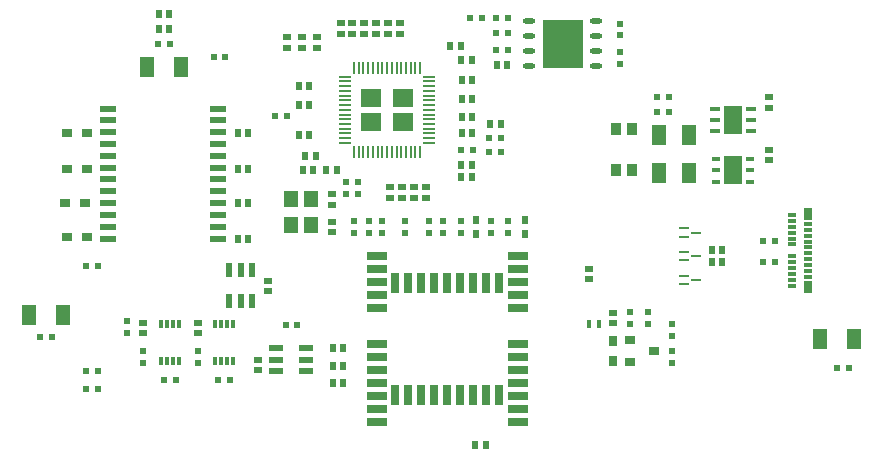
<source format=gtp>
G04*
G04 #@! TF.GenerationSoftware,Altium Limited,Altium Designer,24.4.1 (13)*
G04*
G04 Layer_Color=8421504*
%FSLAX44Y44*%
%MOMM*%
G71*
G04*
G04 #@! TF.SameCoordinates,A723AC24-38B1-455C-9099-8EAC0CFC01AD*
G04*
G04*
G04 #@! TF.FilePolarity,Positive*
G04*
G01*
G75*
%ADD15R,1.7500X1.5000*%
%ADD16R,1.7500X1.5000*%
%ADD17R,0.6000X0.5000*%
%ADD18R,0.6000X0.7500*%
%ADD19R,1.3500X0.6000*%
%ADD20R,1.2000X1.4000*%
%ADD21R,0.6000X0.6400*%
%ADD22R,0.9000X0.8000*%
%ADD23R,1.3000X1.8000*%
%ADD24R,0.5000X0.6000*%
G04:AMPARAMS|DCode=25|XSize=1.05mm|YSize=0.45mm|CornerRadius=0.225mm|HoleSize=0mm|Usage=FLASHONLY|Rotation=180.000|XOffset=0mm|YOffset=0mm|HoleType=Round|Shape=RoundedRectangle|*
%AMROUNDEDRECTD25*
21,1,1.0500,0.0000,0,0,180.0*
21,1,0.6000,0.4500,0,0,180.0*
1,1,0.4500,-0.3000,0.0000*
1,1,0.4500,0.3000,0.0000*
1,1,0.4500,0.3000,0.0000*
1,1,0.4500,-0.3000,0.0000*
%
%ADD25ROUNDEDRECTD25*%
%ADD26R,3.5000X4.1000*%
%ADD27R,0.3000X0.8000*%
%ADD28R,1.8000X0.8000*%
%ADD29R,0.3500X0.6500*%
%ADD30R,0.6400X0.6000*%
%ADD31R,0.8000X0.9000*%
%ADD32R,0.9000X0.8000*%
%ADD33R,0.7000X1.8000*%
%ADD34R,0.8000X1.8000*%
%ADD35R,0.6000X1.1500*%
%ADD36R,1.1500X0.6000*%
%ADD37R,0.9144X0.2032*%
%ADD38R,0.9144X0.2540*%
%ADD39R,1.1000X0.2000*%
%ADD40O,0.7000X0.4000*%
%ADD41R,1.6500X2.4000*%
%ADD42O,0.9000X0.4000*%
%ADD43R,0.7000X0.3000*%
%ADD44R,0.7000X1.0000*%
G04:AMPARAMS|DCode=45|XSize=0.2mm|YSize=1.1mm|CornerRadius=0.05mm|HoleSize=0mm|Usage=FLASHONLY|Rotation=90.000|XOffset=0mm|YOffset=0mm|HoleType=Round|Shape=RoundedRectangle|*
%AMROUNDEDRECTD45*
21,1,0.2000,1.0000,0,0,90.0*
21,1,0.1000,1.1000,0,0,90.0*
1,1,0.1000,0.5000,0.0500*
1,1,0.1000,0.5000,-0.0500*
1,1,0.1000,-0.5000,-0.0500*
1,1,0.1000,-0.5000,0.0500*
%
%ADD45ROUNDEDRECTD45*%
G04:AMPARAMS|DCode=46|XSize=0.2mm|YSize=1.1mm|CornerRadius=0.05mm|HoleSize=0mm|Usage=FLASHONLY|Rotation=0.000|XOffset=0mm|YOffset=0mm|HoleType=Round|Shape=RoundedRectangle|*
%AMROUNDEDRECTD46*
21,1,0.2000,1.0000,0,0,0.0*
21,1,0.1000,1.1000,0,0,0.0*
1,1,0.1000,0.0500,-0.5000*
1,1,0.1000,-0.0500,-0.5000*
1,1,0.1000,-0.0500,0.5000*
1,1,0.1000,0.0500,0.5000*
%
%ADD46ROUNDEDRECTD46*%
%ADD47R,0.2000X1.1000*%
%ADD48R,0.9000X1.0000*%
%ADD49R,1.2000X1.7500*%
D15*
X790159Y739000D02*
D03*
Y719000D02*
D03*
D16*
X817659Y739000D02*
D03*
Y719000D02*
D03*
D17*
X769000Y657500D02*
D03*
Y667500D02*
D03*
X906000Y625000D02*
D03*
Y635000D02*
D03*
X892000Y625000D02*
D03*
Y635000D02*
D03*
X1001000Y802000D02*
D03*
Y792000D02*
D03*
X776000Y625000D02*
D03*
Y635000D02*
D03*
X789000D02*
D03*
Y625000D02*
D03*
X1025000Y557500D02*
D03*
Y547500D02*
D03*
X1010000D02*
D03*
Y557500D02*
D03*
X1045000Y515000D02*
D03*
Y525000D02*
D03*
Y537500D02*
D03*
Y547500D02*
D03*
X597500Y524500D02*
D03*
Y514500D02*
D03*
X643443Y524482D02*
D03*
Y514483D02*
D03*
X779000Y657500D02*
D03*
Y667500D02*
D03*
X1001000Y778000D02*
D03*
Y768000D02*
D03*
X800000Y625000D02*
D03*
Y635000D02*
D03*
X866500Y625000D02*
D03*
Y635000D02*
D03*
X851500D02*
D03*
Y625000D02*
D03*
X819000Y635000D02*
D03*
Y625000D02*
D03*
X584000Y540000D02*
D03*
Y550000D02*
D03*
X839000Y635000D02*
D03*
Y625000D02*
D03*
D18*
X921000Y635750D02*
D03*
Y624250D02*
D03*
X879000Y635500D02*
D03*
Y624000D02*
D03*
D19*
X567250Y620000D02*
D03*
Y630000D02*
D03*
Y640000D02*
D03*
Y650000D02*
D03*
Y660000D02*
D03*
Y670000D02*
D03*
Y680000D02*
D03*
Y690000D02*
D03*
Y700000D02*
D03*
Y710000D02*
D03*
Y720000D02*
D03*
Y730000D02*
D03*
X660750D02*
D03*
Y720000D02*
D03*
Y710000D02*
D03*
Y700000D02*
D03*
Y690000D02*
D03*
Y680000D02*
D03*
Y670000D02*
D03*
Y660000D02*
D03*
Y650000D02*
D03*
Y640000D02*
D03*
Y630000D02*
D03*
Y620000D02*
D03*
D20*
X739720Y631500D02*
D03*
X722720D02*
D03*
X739720Y653500D02*
D03*
X722720D02*
D03*
D21*
X610600Y797500D02*
D03*
X619400D02*
D03*
X610600Y810000D02*
D03*
X619400D02*
D03*
X905400Y767000D02*
D03*
X896600D02*
D03*
X677600Y620000D02*
D03*
X686400D02*
D03*
Y650000D02*
D03*
X677600D02*
D03*
X686400Y679000D02*
D03*
X677600D02*
D03*
X686400Y709000D02*
D03*
X677600D02*
D03*
X866400Y783000D02*
D03*
X857600D02*
D03*
X766900Y527500D02*
D03*
X758100D02*
D03*
Y512500D02*
D03*
X766900D02*
D03*
X1078600Y600000D02*
D03*
X1087400D02*
D03*
X1078600Y610000D02*
D03*
X1087400D02*
D03*
X867258Y738500D02*
D03*
X876058D02*
D03*
X867158Y709000D02*
D03*
X875958D02*
D03*
X878600Y445000D02*
D03*
X887400D02*
D03*
X758100Y497500D02*
D03*
X766900D02*
D03*
X732600Y678000D02*
D03*
X741400D02*
D03*
X734600Y690000D02*
D03*
X743400D02*
D03*
X761400Y678000D02*
D03*
X752600D02*
D03*
X891158Y717000D02*
D03*
X899958D02*
D03*
X729158Y733000D02*
D03*
X737958D02*
D03*
X729158Y708000D02*
D03*
X737958D02*
D03*
X875400Y672000D02*
D03*
X866600D02*
D03*
X729158Y749000D02*
D03*
X737958D02*
D03*
X875958Y754000D02*
D03*
X867158D02*
D03*
X875400Y771000D02*
D03*
X866600D02*
D03*
X867158Y723000D02*
D03*
X875958D02*
D03*
X875400Y682000D02*
D03*
X866600D02*
D03*
D22*
X532500Y709000D02*
D03*
X549500D02*
D03*
X532500Y679000D02*
D03*
X549500D02*
D03*
X531500Y650000D02*
D03*
X548500D02*
D03*
X532500Y621000D02*
D03*
X549500D02*
D03*
D23*
X529500Y555000D02*
D03*
X500500D02*
D03*
X600500Y765000D02*
D03*
X629500D02*
D03*
X1199500Y535000D02*
D03*
X1170500D02*
D03*
D24*
X520000Y537000D02*
D03*
X510000D02*
D03*
X671000Y500000D02*
D03*
X661000D02*
D03*
X559000Y493000D02*
D03*
X549000D02*
D03*
X625000Y500000D02*
D03*
X615000D02*
D03*
X620000Y785000D02*
D03*
X610000D02*
D03*
X900000Y705000D02*
D03*
X890000D02*
D03*
X906000Y780000D02*
D03*
X896000D02*
D03*
X895942Y807000D02*
D03*
X905942D02*
D03*
X1122000Y618000D02*
D03*
X1132000D02*
D03*
Y600000D02*
D03*
X1122000D02*
D03*
X1042500Y740000D02*
D03*
X1032500D02*
D03*
X1032500Y727500D02*
D03*
X1042500D02*
D03*
X559000Y508000D02*
D03*
X549000D02*
D03*
X1185000Y510000D02*
D03*
X1195000D02*
D03*
X896250Y794250D02*
D03*
X906250D02*
D03*
X876558Y695000D02*
D03*
X866558D02*
D03*
X890000Y693000D02*
D03*
X900000D02*
D03*
X718000Y547000D02*
D03*
X728000D02*
D03*
X657000Y773500D02*
D03*
X667000D02*
D03*
X884000Y807000D02*
D03*
X874000D02*
D03*
X719000Y724000D02*
D03*
X709000D02*
D03*
X549000Y597000D02*
D03*
X559000D02*
D03*
D25*
X981000Y765950D02*
D03*
Y778650D02*
D03*
Y791350D02*
D03*
Y804050D02*
D03*
X924000D02*
D03*
Y791350D02*
D03*
Y778650D02*
D03*
Y765950D02*
D03*
D26*
X952500Y785000D02*
D03*
D27*
X612500Y548000D02*
D03*
X617500D02*
D03*
X622500D02*
D03*
X627500D02*
D03*
Y516000D02*
D03*
X622500D02*
D03*
X617500D02*
D03*
X612500D02*
D03*
X658443Y515983D02*
D03*
X663443D02*
D03*
X668443D02*
D03*
X673443D02*
D03*
Y547982D02*
D03*
X668443D02*
D03*
X663443D02*
D03*
X658443D02*
D03*
D28*
X795000Y465000D02*
D03*
Y476000D02*
D03*
Y487000D02*
D03*
Y498000D02*
D03*
Y509000D02*
D03*
Y520000D02*
D03*
Y531000D02*
D03*
Y561000D02*
D03*
Y572000D02*
D03*
Y583000D02*
D03*
Y594000D02*
D03*
Y605000D02*
D03*
X915000D02*
D03*
Y594000D02*
D03*
Y583000D02*
D03*
Y572000D02*
D03*
Y561000D02*
D03*
Y531000D02*
D03*
Y520000D02*
D03*
Y509000D02*
D03*
Y498000D02*
D03*
Y487000D02*
D03*
Y476000D02*
D03*
Y465000D02*
D03*
D29*
X983500Y547500D02*
D03*
X975000D02*
D03*
D30*
X995000Y556900D02*
D03*
Y548100D02*
D03*
X597500Y548900D02*
D03*
Y540100D02*
D03*
X643443Y548883D02*
D03*
Y540083D02*
D03*
X695000Y517500D02*
D03*
Y508700D02*
D03*
X703000Y575600D02*
D03*
Y584400D02*
D03*
X826558Y663400D02*
D03*
Y654600D02*
D03*
X836558Y654600D02*
D03*
Y663400D02*
D03*
X1127002Y730770D02*
D03*
Y739570D02*
D03*
X975000Y585600D02*
D03*
Y594400D02*
D03*
X744558Y781600D02*
D03*
Y790400D02*
D03*
X1127002Y695170D02*
D03*
Y686370D02*
D03*
X816558Y663400D02*
D03*
Y654600D02*
D03*
X814558Y793600D02*
D03*
Y802400D02*
D03*
X757500Y625600D02*
D03*
Y634400D02*
D03*
Y657500D02*
D03*
Y648700D02*
D03*
X732058Y790400D02*
D03*
Y781600D02*
D03*
X804558Y793600D02*
D03*
Y802400D02*
D03*
X719558Y790400D02*
D03*
Y781600D02*
D03*
X794558Y802400D02*
D03*
Y793600D02*
D03*
X774558D02*
D03*
Y802400D02*
D03*
X784558D02*
D03*
Y793600D02*
D03*
X764558Y802400D02*
D03*
Y793600D02*
D03*
X806558Y654600D02*
D03*
Y663400D02*
D03*
D31*
X995000Y533500D02*
D03*
Y516500D02*
D03*
D32*
X1030000Y525000D02*
D03*
X1010000Y515500D02*
D03*
Y534500D02*
D03*
D33*
X811000Y582500D02*
D03*
X899000D02*
D03*
Y487500D02*
D03*
X811000D02*
D03*
D34*
X822000Y582500D02*
D03*
X833000D02*
D03*
X844000D02*
D03*
X855000D02*
D03*
X866000D02*
D03*
X877000D02*
D03*
X888000D02*
D03*
Y487500D02*
D03*
X877000D02*
D03*
X866000D02*
D03*
X855000D02*
D03*
X844000D02*
D03*
X833000D02*
D03*
X822000D02*
D03*
D35*
X670500Y567000D02*
D03*
X680000D02*
D03*
X689500D02*
D03*
Y593000D02*
D03*
X680000D02*
D03*
X670500D02*
D03*
D36*
X735500Y508000D02*
D03*
Y517500D02*
D03*
Y527000D02*
D03*
X709500D02*
D03*
Y517500D02*
D03*
Y508000D02*
D03*
D37*
X1065080Y585000D02*
D03*
Y605000D02*
D03*
Y625000D02*
D03*
D38*
X1054920Y581444D02*
D03*
Y588556D02*
D03*
Y601444D02*
D03*
Y608556D02*
D03*
Y621444D02*
D03*
Y628556D02*
D03*
D39*
X768409Y705000D02*
D03*
Y709000D02*
D03*
Y753000D02*
D03*
Y749000D02*
D03*
Y745000D02*
D03*
Y741000D02*
D03*
Y737000D02*
D03*
Y733000D02*
D03*
Y729000D02*
D03*
Y725000D02*
D03*
Y721000D02*
D03*
Y717000D02*
D03*
Y713000D02*
D03*
X839409Y705000D02*
D03*
Y709000D02*
D03*
Y713000D02*
D03*
Y717000D02*
D03*
Y721000D02*
D03*
Y725000D02*
D03*
Y729000D02*
D03*
Y733000D02*
D03*
Y737000D02*
D03*
Y741000D02*
D03*
Y745000D02*
D03*
Y749000D02*
D03*
Y753000D02*
D03*
D40*
X1082752Y668170D02*
D03*
Y677670D02*
D03*
Y687170D02*
D03*
X1111252Y668170D02*
D03*
Y687170D02*
D03*
Y677670D02*
D03*
D41*
X1097002D02*
D03*
X1097002Y720170D02*
D03*
D42*
X1081752Y710670D02*
D03*
Y720170D02*
D03*
Y729670D02*
D03*
X1112252Y710670D02*
D03*
Y729670D02*
D03*
Y720170D02*
D03*
D43*
X1160000Y607500D02*
D03*
Y587500D02*
D03*
Y592500D02*
D03*
Y597500D02*
D03*
Y602500D02*
D03*
Y612500D02*
D03*
Y617500D02*
D03*
Y622500D02*
D03*
Y627500D02*
D03*
Y632500D02*
D03*
X1147000Y615000D02*
D03*
Y640000D02*
D03*
Y635000D02*
D03*
Y630000D02*
D03*
Y625000D02*
D03*
Y620000D02*
D03*
Y580000D02*
D03*
Y605000D02*
D03*
Y600000D02*
D03*
Y595000D02*
D03*
Y590000D02*
D03*
Y585000D02*
D03*
D44*
X1160000Y579000D02*
D03*
X1160100Y641000D02*
D03*
D45*
X768409Y757000D02*
D03*
Y701000D02*
D03*
X839409D02*
D03*
Y757000D02*
D03*
D46*
X775909Y693500D02*
D03*
X831909D02*
D03*
Y764500D02*
D03*
X775909D02*
D03*
D47*
X779909Y693500D02*
D03*
X783909D02*
D03*
X787909D02*
D03*
X791909D02*
D03*
X795909D02*
D03*
X799909D02*
D03*
X803909D02*
D03*
X807909D02*
D03*
X811909D02*
D03*
X815909D02*
D03*
X819909D02*
D03*
X823909D02*
D03*
X827909D02*
D03*
Y764500D02*
D03*
X823909D02*
D03*
X819909D02*
D03*
X815909D02*
D03*
X811909D02*
D03*
X807909D02*
D03*
X803909D02*
D03*
X799909D02*
D03*
X795909D02*
D03*
X791909D02*
D03*
X787909D02*
D03*
X783909D02*
D03*
X779909D02*
D03*
D48*
X997752Y712670D02*
D03*
X1011252D02*
D03*
X997752Y677670D02*
D03*
X1011252D02*
D03*
D49*
X1034252Y675170D02*
D03*
X1059752D02*
D03*
Y707670D02*
D03*
X1034252D02*
D03*
M02*

</source>
